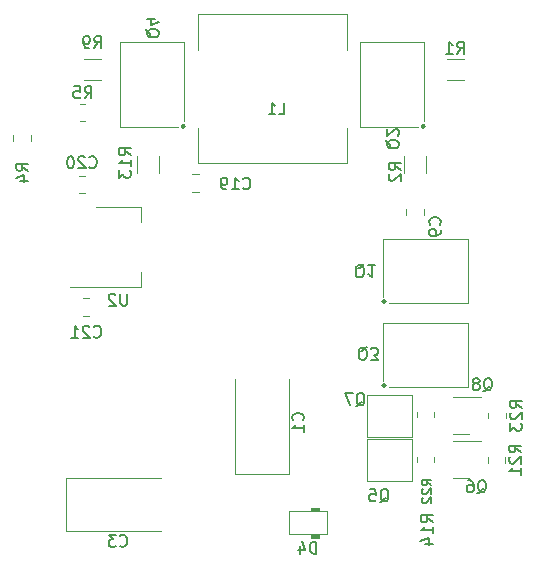
<source format=gbr>
%TF.GenerationSoftware,KiCad,Pcbnew,(6.0.5)*%
%TF.CreationDate,2022-06-14T13:50:17+08:00*%
%TF.ProjectId,V4.0,56342e30-2e6b-4696-9361-645f70636258,rev?*%
%TF.SameCoordinates,Original*%
%TF.FileFunction,Legend,Bot*%
%TF.FilePolarity,Positive*%
%FSLAX46Y46*%
G04 Gerber Fmt 4.6, Leading zero omitted, Abs format (unit mm)*
G04 Created by KiCad (PCBNEW (6.0.5)) date 2022-06-14 13:50:17*
%MOMM*%
%LPD*%
G01*
G04 APERTURE LIST*
%ADD10C,0.150000*%
%ADD11C,0.120000*%
%ADD12C,0.100000*%
%ADD13C,0.300000*%
G04 APERTURE END LIST*
D10*
%TO.C,R13*%
X116530380Y-89527142D02*
X116054190Y-89193809D01*
X116530380Y-88955714D02*
X115530380Y-88955714D01*
X115530380Y-89336666D01*
X115578000Y-89431904D01*
X115625619Y-89479523D01*
X115720857Y-89527142D01*
X115863714Y-89527142D01*
X115958952Y-89479523D01*
X116006571Y-89431904D01*
X116054190Y-89336666D01*
X116054190Y-88955714D01*
X116530380Y-90479523D02*
X116530380Y-89908095D01*
X116530380Y-90193809D02*
X115530380Y-90193809D01*
X115673238Y-90098571D01*
X115768476Y-90003333D01*
X115816095Y-89908095D01*
X115530380Y-90812857D02*
X115530380Y-91431904D01*
X115911333Y-91098571D01*
X115911333Y-91241428D01*
X115958952Y-91336666D01*
X116006571Y-91384285D01*
X116101809Y-91431904D01*
X116339904Y-91431904D01*
X116435142Y-91384285D01*
X116482761Y-91336666D01*
X116530380Y-91241428D01*
X116530380Y-90955714D01*
X116482761Y-90860476D01*
X116435142Y-90812857D01*
%TO.C,Q7*%
X135604238Y-110783619D02*
X135699476Y-110736000D01*
X135794714Y-110640761D01*
X135937571Y-110497904D01*
X136032809Y-110450285D01*
X136128047Y-110450285D01*
X136080428Y-110688380D02*
X136175666Y-110640761D01*
X136270904Y-110545523D01*
X136318523Y-110355047D01*
X136318523Y-110021714D01*
X136270904Y-109831238D01*
X136175666Y-109736000D01*
X136080428Y-109688380D01*
X135889952Y-109688380D01*
X135794714Y-109736000D01*
X135699476Y-109831238D01*
X135651857Y-110021714D01*
X135651857Y-110355047D01*
X135699476Y-110545523D01*
X135794714Y-110640761D01*
X135889952Y-110688380D01*
X136080428Y-110688380D01*
X135318523Y-109688380D02*
X134651857Y-109688380D01*
X135080428Y-110688380D01*
%TO.C,C20*%
X113037857Y-90527142D02*
X113085476Y-90574761D01*
X113228333Y-90622380D01*
X113323571Y-90622380D01*
X113466428Y-90574761D01*
X113561666Y-90479523D01*
X113609285Y-90384285D01*
X113656904Y-90193809D01*
X113656904Y-90050952D01*
X113609285Y-89860476D01*
X113561666Y-89765238D01*
X113466428Y-89670000D01*
X113323571Y-89622380D01*
X113228333Y-89622380D01*
X113085476Y-89670000D01*
X113037857Y-89717619D01*
X112656904Y-89717619D02*
X112609285Y-89670000D01*
X112514047Y-89622380D01*
X112275952Y-89622380D01*
X112180714Y-89670000D01*
X112133095Y-89717619D01*
X112085476Y-89812857D01*
X112085476Y-89908095D01*
X112133095Y-90050952D01*
X112704523Y-90622380D01*
X112085476Y-90622380D01*
X111466428Y-89622380D02*
X111371190Y-89622380D01*
X111275952Y-89670000D01*
X111228333Y-89717619D01*
X111180714Y-89812857D01*
X111133095Y-90003333D01*
X111133095Y-90241428D01*
X111180714Y-90431904D01*
X111228333Y-90527142D01*
X111275952Y-90574761D01*
X111371190Y-90622380D01*
X111466428Y-90622380D01*
X111561666Y-90574761D01*
X111609285Y-90527142D01*
X111656904Y-90431904D01*
X111704523Y-90241428D01*
X111704523Y-90003333D01*
X111656904Y-89812857D01*
X111609285Y-89717619D01*
X111561666Y-89670000D01*
X111466428Y-89622380D01*
%TO.C,D4*%
X132259295Y-123261380D02*
X132259295Y-122261380D01*
X132021200Y-122261380D01*
X131878342Y-122309000D01*
X131783104Y-122404238D01*
X131735485Y-122499476D01*
X131687866Y-122689952D01*
X131687866Y-122832809D01*
X131735485Y-123023285D01*
X131783104Y-123118523D01*
X131878342Y-123213761D01*
X132021200Y-123261380D01*
X132259295Y-123261380D01*
X130830723Y-122594714D02*
X130830723Y-123261380D01*
X131068819Y-122213761D02*
X131306914Y-122928047D01*
X130687866Y-122928047D01*
%TO.C,C3*%
X115609666Y-122583142D02*
X115657285Y-122630761D01*
X115800142Y-122678380D01*
X115895380Y-122678380D01*
X116038238Y-122630761D01*
X116133476Y-122535523D01*
X116181095Y-122440285D01*
X116228714Y-122249809D01*
X116228714Y-122106952D01*
X116181095Y-121916476D01*
X116133476Y-121821238D01*
X116038238Y-121726000D01*
X115895380Y-121678380D01*
X115800142Y-121678380D01*
X115657285Y-121726000D01*
X115609666Y-121773619D01*
X115276333Y-121678380D02*
X114657285Y-121678380D01*
X114990619Y-122059333D01*
X114847761Y-122059333D01*
X114752523Y-122106952D01*
X114704904Y-122154571D01*
X114657285Y-122249809D01*
X114657285Y-122487904D01*
X114704904Y-122583142D01*
X114752523Y-122630761D01*
X114847761Y-122678380D01*
X115133476Y-122678380D01*
X115228714Y-122630761D01*
X115276333Y-122583142D01*
%TO.C,Q8*%
X146399238Y-109513619D02*
X146494476Y-109466000D01*
X146589714Y-109370761D01*
X146732571Y-109227904D01*
X146827809Y-109180285D01*
X146923047Y-109180285D01*
X146875428Y-109418380D02*
X146970666Y-109370761D01*
X147065904Y-109275523D01*
X147113523Y-109085047D01*
X147113523Y-108751714D01*
X147065904Y-108561238D01*
X146970666Y-108466000D01*
X146875428Y-108418380D01*
X146684952Y-108418380D01*
X146589714Y-108466000D01*
X146494476Y-108561238D01*
X146446857Y-108751714D01*
X146446857Y-109085047D01*
X146494476Y-109275523D01*
X146589714Y-109370761D01*
X146684952Y-109418380D01*
X146875428Y-109418380D01*
X145875428Y-108846952D02*
X145970666Y-108799333D01*
X146018285Y-108751714D01*
X146065904Y-108656476D01*
X146065904Y-108608857D01*
X146018285Y-108513619D01*
X145970666Y-108466000D01*
X145875428Y-108418380D01*
X145684952Y-108418380D01*
X145589714Y-108466000D01*
X145542095Y-108513619D01*
X145494476Y-108608857D01*
X145494476Y-108656476D01*
X145542095Y-108751714D01*
X145589714Y-108799333D01*
X145684952Y-108846952D01*
X145875428Y-108846952D01*
X145970666Y-108894571D01*
X146018285Y-108942190D01*
X146065904Y-109037428D01*
X146065904Y-109227904D01*
X146018285Y-109323142D01*
X145970666Y-109370761D01*
X145875428Y-109418380D01*
X145684952Y-109418380D01*
X145589714Y-109370761D01*
X145542095Y-109323142D01*
X145494476Y-109227904D01*
X145494476Y-109037428D01*
X145542095Y-108942190D01*
X145589714Y-108894571D01*
X145684952Y-108846952D01*
%TO.C,Q3*%
X136556761Y-105751380D02*
X136461523Y-105799000D01*
X136366285Y-105894238D01*
X136223428Y-106037095D01*
X136128190Y-106084714D01*
X136032952Y-106084714D01*
X136080571Y-105846619D02*
X135985333Y-105894238D01*
X135890095Y-105989476D01*
X135842476Y-106179952D01*
X135842476Y-106513285D01*
X135890095Y-106703761D01*
X135985333Y-106799000D01*
X136080571Y-106846619D01*
X136271047Y-106846619D01*
X136366285Y-106799000D01*
X136461523Y-106703761D01*
X136509142Y-106513285D01*
X136509142Y-106179952D01*
X136461523Y-105989476D01*
X136366285Y-105894238D01*
X136271047Y-105846619D01*
X136080571Y-105846619D01*
X136842476Y-106846619D02*
X137461523Y-106846619D01*
X137128190Y-106465666D01*
X137271047Y-106465666D01*
X137366285Y-106418047D01*
X137413904Y-106370428D01*
X137461523Y-106275190D01*
X137461523Y-106037095D01*
X137413904Y-105941857D01*
X137366285Y-105894238D01*
X137271047Y-105846619D01*
X136985333Y-105846619D01*
X136890095Y-105894238D01*
X136842476Y-105941857D01*
%TO.C,R2*%
X139390380Y-90765333D02*
X138914190Y-90432000D01*
X139390380Y-90193904D02*
X138390380Y-90193904D01*
X138390380Y-90574857D01*
X138438000Y-90670095D01*
X138485619Y-90717714D01*
X138580857Y-90765333D01*
X138723714Y-90765333D01*
X138818952Y-90717714D01*
X138866571Y-90670095D01*
X138914190Y-90574857D01*
X138914190Y-90193904D01*
X138485619Y-91146285D02*
X138438000Y-91193904D01*
X138390380Y-91289142D01*
X138390380Y-91527238D01*
X138438000Y-91622476D01*
X138485619Y-91670095D01*
X138580857Y-91717714D01*
X138676095Y-91717714D01*
X138818952Y-91670095D01*
X139390380Y-91098666D01*
X139390380Y-91717714D01*
%TO.C,Q6*%
X145891238Y-118149619D02*
X145986476Y-118102000D01*
X146081714Y-118006761D01*
X146224571Y-117863904D01*
X146319809Y-117816285D01*
X146415047Y-117816285D01*
X146367428Y-118054380D02*
X146462666Y-118006761D01*
X146557904Y-117911523D01*
X146605523Y-117721047D01*
X146605523Y-117387714D01*
X146557904Y-117197238D01*
X146462666Y-117102000D01*
X146367428Y-117054380D01*
X146176952Y-117054380D01*
X146081714Y-117102000D01*
X145986476Y-117197238D01*
X145938857Y-117387714D01*
X145938857Y-117721047D01*
X145986476Y-117911523D01*
X146081714Y-118006761D01*
X146176952Y-118054380D01*
X146367428Y-118054380D01*
X145081714Y-117054380D02*
X145272190Y-117054380D01*
X145367428Y-117102000D01*
X145415047Y-117149619D01*
X145510285Y-117292476D01*
X145557904Y-117482952D01*
X145557904Y-117863904D01*
X145510285Y-117959142D01*
X145462666Y-118006761D01*
X145367428Y-118054380D01*
X145176952Y-118054380D01*
X145081714Y-118006761D01*
X145034095Y-117959142D01*
X144986476Y-117863904D01*
X144986476Y-117625809D01*
X145034095Y-117530571D01*
X145081714Y-117482952D01*
X145176952Y-117435333D01*
X145367428Y-117435333D01*
X145462666Y-117482952D01*
X145510285Y-117530571D01*
X145557904Y-117625809D01*
%TO.C,C21*%
X113408657Y-104878142D02*
X113456276Y-104925761D01*
X113599133Y-104973380D01*
X113694371Y-104973380D01*
X113837228Y-104925761D01*
X113932466Y-104830523D01*
X113980085Y-104735285D01*
X114027704Y-104544809D01*
X114027704Y-104401952D01*
X113980085Y-104211476D01*
X113932466Y-104116238D01*
X113837228Y-104021000D01*
X113694371Y-103973380D01*
X113599133Y-103973380D01*
X113456276Y-104021000D01*
X113408657Y-104068619D01*
X113027704Y-104068619D02*
X112980085Y-104021000D01*
X112884847Y-103973380D01*
X112646752Y-103973380D01*
X112551514Y-104021000D01*
X112503895Y-104068619D01*
X112456276Y-104163857D01*
X112456276Y-104259095D01*
X112503895Y-104401952D01*
X113075323Y-104973380D01*
X112456276Y-104973380D01*
X111503895Y-104973380D02*
X112075323Y-104973380D01*
X111789609Y-104973380D02*
X111789609Y-103973380D01*
X111884847Y-104116238D01*
X111980085Y-104211476D01*
X112075323Y-104259095D01*
%TO.C,U2*%
X116230304Y-101259780D02*
X116230304Y-102069304D01*
X116182685Y-102164542D01*
X116135066Y-102212161D01*
X116039828Y-102259780D01*
X115849352Y-102259780D01*
X115754114Y-102212161D01*
X115706495Y-102164542D01*
X115658876Y-102069304D01*
X115658876Y-101259780D01*
X115230304Y-101355019D02*
X115182685Y-101307400D01*
X115087447Y-101259780D01*
X114849352Y-101259780D01*
X114754114Y-101307400D01*
X114706495Y-101355019D01*
X114658876Y-101450257D01*
X114658876Y-101545495D01*
X114706495Y-101688352D01*
X115277923Y-102259780D01*
X114658876Y-102259780D01*
%TO.C,R22*%
X141977642Y-117481914D02*
X141596690Y-117215247D01*
X141977642Y-117024771D02*
X141177642Y-117024771D01*
X141177642Y-117329533D01*
X141215738Y-117405723D01*
X141253833Y-117443819D01*
X141330023Y-117481914D01*
X141444309Y-117481914D01*
X141520499Y-117443819D01*
X141558595Y-117405723D01*
X141596690Y-117329533D01*
X141596690Y-117024771D01*
X141253833Y-117786676D02*
X141215738Y-117824771D01*
X141177642Y-117900961D01*
X141177642Y-118091438D01*
X141215738Y-118167628D01*
X141253833Y-118205723D01*
X141330023Y-118243819D01*
X141406214Y-118243819D01*
X141520499Y-118205723D01*
X141977642Y-117748580D01*
X141977642Y-118243819D01*
X141253833Y-118548580D02*
X141215738Y-118586676D01*
X141177642Y-118662866D01*
X141177642Y-118853342D01*
X141215738Y-118929533D01*
X141253833Y-118967628D01*
X141330023Y-119005723D01*
X141406214Y-119005723D01*
X141520499Y-118967628D01*
X141977642Y-118510485D01*
X141977642Y-119005723D01*
%TO.C,C9*%
X142698742Y-95413533D02*
X142746361Y-95365914D01*
X142793980Y-95223057D01*
X142793980Y-95127819D01*
X142746361Y-94984961D01*
X142651123Y-94889723D01*
X142555885Y-94842104D01*
X142365409Y-94794485D01*
X142222552Y-94794485D01*
X142032076Y-94842104D01*
X141936838Y-94889723D01*
X141841600Y-94984961D01*
X141793980Y-95127819D01*
X141793980Y-95223057D01*
X141841600Y-95365914D01*
X141889219Y-95413533D01*
X142793980Y-95889723D02*
X142793980Y-96080200D01*
X142746361Y-96175438D01*
X142698742Y-96223057D01*
X142555885Y-96318295D01*
X142365409Y-96365914D01*
X141984457Y-96365914D01*
X141889219Y-96318295D01*
X141841600Y-96270676D01*
X141793980Y-96175438D01*
X141793980Y-95984961D01*
X141841600Y-95889723D01*
X141889219Y-95842104D01*
X141984457Y-95794485D01*
X142222552Y-95794485D01*
X142317790Y-95842104D01*
X142365409Y-95889723D01*
X142413028Y-95984961D01*
X142413028Y-96175438D01*
X142365409Y-96270676D01*
X142317790Y-96318295D01*
X142222552Y-96365914D01*
%TO.C,R9*%
X113450666Y-80462380D02*
X113784000Y-79986190D01*
X114022095Y-80462380D02*
X114022095Y-79462380D01*
X113641142Y-79462380D01*
X113545904Y-79510000D01*
X113498285Y-79557619D01*
X113450666Y-79652857D01*
X113450666Y-79795714D01*
X113498285Y-79890952D01*
X113545904Y-79938571D01*
X113641142Y-79986190D01*
X114022095Y-79986190D01*
X112974476Y-80462380D02*
X112784000Y-80462380D01*
X112688761Y-80414761D01*
X112641142Y-80367142D01*
X112545904Y-80224285D01*
X112498285Y-80033809D01*
X112498285Y-79652857D01*
X112545904Y-79557619D01*
X112593523Y-79510000D01*
X112688761Y-79462380D01*
X112879238Y-79462380D01*
X112974476Y-79510000D01*
X113022095Y-79557619D01*
X113069714Y-79652857D01*
X113069714Y-79890952D01*
X113022095Y-79986190D01*
X112974476Y-80033809D01*
X112879238Y-80081428D01*
X112688761Y-80081428D01*
X112593523Y-80033809D01*
X112545904Y-79986190D01*
X112498285Y-79890952D01*
%TO.C,Q1*%
X136302761Y-98766380D02*
X136207523Y-98814000D01*
X136112285Y-98909238D01*
X135969428Y-99052095D01*
X135874190Y-99099714D01*
X135778952Y-99099714D01*
X135826571Y-98861619D02*
X135731333Y-98909238D01*
X135636095Y-99004476D01*
X135588476Y-99194952D01*
X135588476Y-99528285D01*
X135636095Y-99718761D01*
X135731333Y-99814000D01*
X135826571Y-99861619D01*
X136017047Y-99861619D01*
X136112285Y-99814000D01*
X136207523Y-99718761D01*
X136255142Y-99528285D01*
X136255142Y-99194952D01*
X136207523Y-99004476D01*
X136112285Y-98909238D01*
X136017047Y-98861619D01*
X135826571Y-98861619D01*
X137207523Y-98861619D02*
X136636095Y-98861619D01*
X136921809Y-98861619D02*
X136921809Y-99861619D01*
X136826571Y-99718761D01*
X136731333Y-99623523D01*
X136636095Y-99575904D01*
%TO.C,C1*%
X131092142Y-111974333D02*
X131139761Y-111926714D01*
X131187380Y-111783857D01*
X131187380Y-111688619D01*
X131139761Y-111545761D01*
X131044523Y-111450523D01*
X130949285Y-111402904D01*
X130758809Y-111355285D01*
X130615952Y-111355285D01*
X130425476Y-111402904D01*
X130330238Y-111450523D01*
X130235000Y-111545761D01*
X130187380Y-111688619D01*
X130187380Y-111783857D01*
X130235000Y-111926714D01*
X130282619Y-111974333D01*
X131187380Y-112926714D02*
X131187380Y-112355285D01*
X131187380Y-112641000D02*
X130187380Y-112641000D01*
X130330238Y-112545761D01*
X130425476Y-112450523D01*
X130473095Y-112355285D01*
%TO.C,R1*%
X144184666Y-80928380D02*
X144518000Y-80452190D01*
X144756095Y-80928380D02*
X144756095Y-79928380D01*
X144375142Y-79928380D01*
X144279904Y-79976000D01*
X144232285Y-80023619D01*
X144184666Y-80118857D01*
X144184666Y-80261714D01*
X144232285Y-80356952D01*
X144279904Y-80404571D01*
X144375142Y-80452190D01*
X144756095Y-80452190D01*
X143232285Y-80928380D02*
X143803714Y-80928380D01*
X143518000Y-80928380D02*
X143518000Y-79928380D01*
X143613238Y-80071238D01*
X143708476Y-80166476D01*
X143803714Y-80214095D01*
%TO.C,Q2*%
X138136380Y-88233238D02*
X138184000Y-88328476D01*
X138279238Y-88423714D01*
X138422095Y-88566571D01*
X138469714Y-88661809D01*
X138469714Y-88757047D01*
X138231619Y-88709428D02*
X138279238Y-88804666D01*
X138374476Y-88899904D01*
X138564952Y-88947523D01*
X138898285Y-88947523D01*
X139088761Y-88899904D01*
X139184000Y-88804666D01*
X139231619Y-88709428D01*
X139231619Y-88518952D01*
X139184000Y-88423714D01*
X139088761Y-88328476D01*
X138898285Y-88280857D01*
X138564952Y-88280857D01*
X138374476Y-88328476D01*
X138279238Y-88423714D01*
X138231619Y-88518952D01*
X138231619Y-88709428D01*
X139136380Y-87899904D02*
X139184000Y-87852285D01*
X139231619Y-87757047D01*
X139231619Y-87518952D01*
X139184000Y-87423714D01*
X139136380Y-87376095D01*
X139041142Y-87328476D01*
X138945904Y-87328476D01*
X138803047Y-87376095D01*
X138231619Y-87947523D01*
X138231619Y-87328476D01*
%TO.C,L1*%
X129071666Y-86075780D02*
X129547857Y-86075780D01*
X129547857Y-85075780D01*
X128214523Y-86075780D02*
X128785952Y-86075780D01*
X128500238Y-86075780D02*
X128500238Y-85075780D01*
X128595476Y-85218638D01*
X128690714Y-85313876D01*
X128785952Y-85361495D01*
%TO.C,R14*%
X142102380Y-120607142D02*
X141626190Y-120273809D01*
X142102380Y-120035714D02*
X141102380Y-120035714D01*
X141102380Y-120416666D01*
X141150000Y-120511904D01*
X141197619Y-120559523D01*
X141292857Y-120607142D01*
X141435714Y-120607142D01*
X141530952Y-120559523D01*
X141578571Y-120511904D01*
X141626190Y-120416666D01*
X141626190Y-120035714D01*
X142102380Y-121559523D02*
X142102380Y-120988095D01*
X142102380Y-121273809D02*
X141102380Y-121273809D01*
X141245238Y-121178571D01*
X141340476Y-121083333D01*
X141388095Y-120988095D01*
X141435714Y-122416666D02*
X142102380Y-122416666D01*
X141054761Y-122178571D02*
X141769047Y-121940476D01*
X141769047Y-122559523D01*
%TO.C,Q5*%
X137636238Y-118911619D02*
X137731476Y-118864000D01*
X137826714Y-118768761D01*
X137969571Y-118625904D01*
X138064809Y-118578285D01*
X138160047Y-118578285D01*
X138112428Y-118816380D02*
X138207666Y-118768761D01*
X138302904Y-118673523D01*
X138350523Y-118483047D01*
X138350523Y-118149714D01*
X138302904Y-117959238D01*
X138207666Y-117864000D01*
X138112428Y-117816380D01*
X137921952Y-117816380D01*
X137826714Y-117864000D01*
X137731476Y-117959238D01*
X137683857Y-118149714D01*
X137683857Y-118483047D01*
X137731476Y-118673523D01*
X137826714Y-118768761D01*
X137921952Y-118816380D01*
X138112428Y-118816380D01*
X136779095Y-117816380D02*
X137255285Y-117816380D01*
X137302904Y-118292571D01*
X137255285Y-118244952D01*
X137160047Y-118197333D01*
X136921952Y-118197333D01*
X136826714Y-118244952D01*
X136779095Y-118292571D01*
X136731476Y-118387809D01*
X136731476Y-118625904D01*
X136779095Y-118721142D01*
X136826714Y-118768761D01*
X136921952Y-118816380D01*
X137160047Y-118816380D01*
X137255285Y-118768761D01*
X137302904Y-118721142D01*
%TO.C,C19*%
X126042657Y-92330542D02*
X126090276Y-92378161D01*
X126233133Y-92425780D01*
X126328371Y-92425780D01*
X126471228Y-92378161D01*
X126566466Y-92282923D01*
X126614085Y-92187685D01*
X126661704Y-91997209D01*
X126661704Y-91854352D01*
X126614085Y-91663876D01*
X126566466Y-91568638D01*
X126471228Y-91473400D01*
X126328371Y-91425780D01*
X126233133Y-91425780D01*
X126090276Y-91473400D01*
X126042657Y-91521019D01*
X125090276Y-92425780D02*
X125661704Y-92425780D01*
X125375990Y-92425780D02*
X125375990Y-91425780D01*
X125471228Y-91568638D01*
X125566466Y-91663876D01*
X125661704Y-91711495D01*
X124614085Y-92425780D02*
X124423609Y-92425780D01*
X124328371Y-92378161D01*
X124280752Y-92330542D01*
X124185514Y-92187685D01*
X124137895Y-91997209D01*
X124137895Y-91616257D01*
X124185514Y-91521019D01*
X124233133Y-91473400D01*
X124328371Y-91425780D01*
X124518847Y-91425780D01*
X124614085Y-91473400D01*
X124661704Y-91521019D01*
X124709323Y-91616257D01*
X124709323Y-91854352D01*
X124661704Y-91949590D01*
X124614085Y-91997209D01*
X124518847Y-92044828D01*
X124328371Y-92044828D01*
X124233133Y-91997209D01*
X124185514Y-91949590D01*
X124137895Y-91854352D01*
%TO.C,R21*%
X149584942Y-114682542D02*
X149108752Y-114349209D01*
X149584942Y-114111114D02*
X148584942Y-114111114D01*
X148584942Y-114492066D01*
X148632562Y-114587304D01*
X148680181Y-114634923D01*
X148775419Y-114682542D01*
X148918276Y-114682542D01*
X149013514Y-114634923D01*
X149061133Y-114587304D01*
X149108752Y-114492066D01*
X149108752Y-114111114D01*
X148680181Y-115063495D02*
X148632562Y-115111114D01*
X148584942Y-115206352D01*
X148584942Y-115444447D01*
X148632562Y-115539685D01*
X148680181Y-115587304D01*
X148775419Y-115634923D01*
X148870657Y-115634923D01*
X149013514Y-115587304D01*
X149584942Y-115015876D01*
X149584942Y-115634923D01*
X149584942Y-116587304D02*
X149584942Y-116015876D01*
X149584942Y-116301590D02*
X148584942Y-116301590D01*
X148727800Y-116206352D01*
X148823038Y-116111114D01*
X148870657Y-116015876D01*
%TO.C,R4*%
X107843580Y-90841533D02*
X107367390Y-90508200D01*
X107843580Y-90270104D02*
X106843580Y-90270104D01*
X106843580Y-90651057D01*
X106891200Y-90746295D01*
X106938819Y-90793914D01*
X107034057Y-90841533D01*
X107176914Y-90841533D01*
X107272152Y-90793914D01*
X107319771Y-90746295D01*
X107367390Y-90651057D01*
X107367390Y-90270104D01*
X107176914Y-91698676D02*
X107843580Y-91698676D01*
X106795961Y-91460580D02*
X107510247Y-91222485D01*
X107510247Y-91841533D01*
%TO.C,Q4*%
X117816380Y-78835238D02*
X117864000Y-78930476D01*
X117959238Y-79025714D01*
X118102095Y-79168571D01*
X118149714Y-79263809D01*
X118149714Y-79359047D01*
X117911619Y-79311428D02*
X117959238Y-79406666D01*
X118054476Y-79501904D01*
X118244952Y-79549523D01*
X118578285Y-79549523D01*
X118768761Y-79501904D01*
X118864000Y-79406666D01*
X118911619Y-79311428D01*
X118911619Y-79120952D01*
X118864000Y-79025714D01*
X118768761Y-78930476D01*
X118578285Y-78882857D01*
X118244952Y-78882857D01*
X118054476Y-78930476D01*
X117959238Y-79025714D01*
X117911619Y-79120952D01*
X117911619Y-79311428D01*
X118578285Y-78025714D02*
X117911619Y-78025714D01*
X118959238Y-78263809D02*
X118244952Y-78501904D01*
X118244952Y-77882857D01*
%TO.C,R23*%
X149640242Y-110939342D02*
X149164052Y-110606009D01*
X149640242Y-110367914D02*
X148640242Y-110367914D01*
X148640242Y-110748866D01*
X148687862Y-110844104D01*
X148735481Y-110891723D01*
X148830719Y-110939342D01*
X148973576Y-110939342D01*
X149068814Y-110891723D01*
X149116433Y-110844104D01*
X149164052Y-110748866D01*
X149164052Y-110367914D01*
X148735481Y-111320295D02*
X148687862Y-111367914D01*
X148640242Y-111463152D01*
X148640242Y-111701247D01*
X148687862Y-111796485D01*
X148735481Y-111844104D01*
X148830719Y-111891723D01*
X148925957Y-111891723D01*
X149068814Y-111844104D01*
X149640242Y-111272676D01*
X149640242Y-111891723D01*
X148640242Y-112225057D02*
X148640242Y-112844104D01*
X149021195Y-112510771D01*
X149021195Y-112653628D01*
X149068814Y-112748866D01*
X149116433Y-112796485D01*
X149211671Y-112844104D01*
X149449766Y-112844104D01*
X149545004Y-112796485D01*
X149592623Y-112748866D01*
X149640242Y-112653628D01*
X149640242Y-112367914D01*
X149592623Y-112272676D01*
X149545004Y-112225057D01*
%TO.C,R5*%
X112637866Y-84705180D02*
X112971200Y-84228990D01*
X113209295Y-84705180D02*
X113209295Y-83705180D01*
X112828342Y-83705180D01*
X112733104Y-83752800D01*
X112685485Y-83800419D01*
X112637866Y-83895657D01*
X112637866Y-84038514D01*
X112685485Y-84133752D01*
X112733104Y-84181371D01*
X112828342Y-84228990D01*
X113209295Y-84228990D01*
X111733104Y-83705180D02*
X112209295Y-83705180D01*
X112256914Y-84181371D01*
X112209295Y-84133752D01*
X112114057Y-84086133D01*
X111875961Y-84086133D01*
X111780723Y-84133752D01*
X111733104Y-84181371D01*
X111685485Y-84276609D01*
X111685485Y-84514704D01*
X111733104Y-84609942D01*
X111780723Y-84657561D01*
X111875961Y-84705180D01*
X112114057Y-84705180D01*
X112209295Y-84657561D01*
X112256914Y-84609942D01*
D11*
%TO.C,R13*%
X118893000Y-89569936D02*
X118893000Y-91024064D01*
X117073000Y-89569936D02*
X117073000Y-91024064D01*
%TO.C,Q7*%
X140271500Y-109804200D02*
X136525000Y-109804200D01*
X140335000Y-109804200D02*
X140271500Y-109804200D01*
X136525000Y-109804200D02*
X136525000Y-113360200D01*
X140335000Y-113360200D02*
X140335000Y-109804200D01*
X136525000Y-113360200D02*
X140335000Y-113360200D01*
%TO.C,C20*%
X112696852Y-92759200D02*
X112174348Y-92759200D01*
X112696852Y-91289200D02*
X112174348Y-91289200D01*
%TO.C,D4*%
X129959100Y-119761000D02*
X129959100Y-119697500D01*
X133134100Y-119697500D02*
X133134100Y-121602500D01*
X129959100Y-121602500D02*
X129959100Y-119761000D01*
X129959100Y-119697500D02*
X133134100Y-119697500D01*
X133134100Y-121602500D02*
X129959100Y-121602500D01*
G36*
X132499100Y-119697500D02*
G01*
X131800600Y-119697500D01*
X131800600Y-119380000D01*
X132499100Y-119380000D01*
X132499100Y-119697500D01*
G37*
D12*
X132499100Y-119697500D02*
X131800600Y-119697500D01*
X131800600Y-119380000D01*
X132499100Y-119380000D01*
X132499100Y-119697500D01*
G36*
X132499100Y-121920000D02*
G01*
X131800600Y-121920000D01*
X131800600Y-121602500D01*
X132499100Y-121602500D01*
X132499100Y-121920000D01*
G37*
X132499100Y-121920000D02*
X131800600Y-121920000D01*
X131800600Y-121602500D01*
X132499100Y-121602500D01*
X132499100Y-121920000D01*
D11*
%TO.C,C3*%
X111033000Y-116866000D02*
X119093000Y-116866000D01*
X119093000Y-121386000D02*
X111033000Y-121386000D01*
X111033000Y-121386000D02*
X111033000Y-116866000D01*
%TO.C,Q8*%
X144500362Y-110038200D02*
X146175362Y-110038200D01*
X144500362Y-113158200D02*
X145150362Y-113158200D01*
X144500362Y-113158200D02*
X143850362Y-113158200D01*
X144500362Y-110038200D02*
X143850362Y-110038200D01*
%TO.C,Q3*%
X145078000Y-109026000D02*
X145078000Y-109126000D01*
X137878000Y-103726000D02*
X145078000Y-103726000D01*
X145078000Y-109126000D02*
X138378000Y-109126000D01*
X137878000Y-108626000D02*
X137878000Y-103726000D01*
X145078000Y-109026000D02*
X145078000Y-107926000D01*
X145078000Y-103726000D02*
X145078000Y-107926000D01*
D13*
X138041500Y-109026000D02*
G75*
G03*
X138041500Y-109026000I-63500J0D01*
G01*
D11*
%TO.C,R2*%
X141499000Y-91024064D02*
X141499000Y-89569936D01*
X139679000Y-91024064D02*
X139679000Y-89569936D01*
%TO.C,Q6*%
X144489862Y-116876000D02*
X145139862Y-116876000D01*
X144489862Y-113756000D02*
X146164862Y-113756000D01*
X144489862Y-113756000D02*
X143839862Y-113756000D01*
X144489862Y-116876000D02*
X143839862Y-116876000D01*
%TO.C,C21*%
X113027052Y-101652400D02*
X112504548Y-101652400D01*
X113027052Y-103122400D02*
X112504548Y-103122400D01*
%TO.C,U2*%
X117378400Y-93897400D02*
X117378400Y-95157400D01*
X117378400Y-100717400D02*
X117378400Y-99457400D01*
X111368400Y-100717400D02*
X117378400Y-100717400D01*
X113618400Y-93897400D02*
X117378400Y-93897400D01*
%TO.C,R22*%
X142213000Y-111733064D02*
X142213000Y-111278936D01*
X140743000Y-111733064D02*
X140743000Y-111278936D01*
%TO.C,C9*%
X141324000Y-94622252D02*
X141324000Y-94099748D01*
X139854000Y-94622252D02*
X139854000Y-94099748D01*
%TO.C,R9*%
X112556936Y-81386000D02*
X114011064Y-81386000D01*
X112556936Y-83206000D02*
X114011064Y-83206000D01*
%TO.C,Q1*%
X145078000Y-96614000D02*
X145078000Y-100814000D01*
X145078000Y-102014000D02*
X138378000Y-102014000D01*
X145078000Y-101914000D02*
X145078000Y-100814000D01*
X137878000Y-101514000D02*
X137878000Y-96614000D01*
X137878000Y-96614000D02*
X145078000Y-96614000D01*
X145078000Y-101914000D02*
X145078000Y-102014000D01*
D13*
X138041500Y-101914000D02*
G75*
G03*
X138041500Y-101914000I-63500J0D01*
G01*
D11*
%TO.C,C1*%
X129895000Y-108491000D02*
X129895000Y-116551000D01*
X129895000Y-116551000D02*
X125375000Y-116551000D01*
X125375000Y-116551000D02*
X125375000Y-108491000D01*
%TO.C,R1*%
X144745064Y-83206000D02*
X143290936Y-83206000D01*
X144745064Y-81386000D02*
X143290936Y-81386000D01*
%TO.C,Q2*%
X135984000Y-87166000D02*
X135984000Y-79966000D01*
X135984000Y-79966000D02*
X140184000Y-79966000D01*
X140884000Y-87166000D02*
X135984000Y-87166000D01*
X141384000Y-79966000D02*
X141384000Y-86666000D01*
X141284000Y-79966000D02*
X141384000Y-79966000D01*
X141284000Y-79966000D02*
X140184000Y-79966000D01*
D13*
X141347500Y-87066000D02*
G75*
G03*
X141347500Y-87066000I-63500J0D01*
G01*
D11*
%TO.C,L1*%
X134824000Y-90196200D02*
X134824000Y-87196200D01*
X134824000Y-77596200D02*
X122224000Y-77596200D01*
X122224000Y-87196200D02*
X122224000Y-90196200D01*
X122224000Y-90196200D02*
X134824000Y-90196200D01*
X134824000Y-80596200D02*
X134824000Y-77596200D01*
X122224000Y-77596200D02*
X122224000Y-80596200D01*
%TO.C,R14*%
X140743000Y-115543064D02*
X140743000Y-115088936D01*
X142213000Y-115543064D02*
X142213000Y-115088936D01*
%TO.C,Q5*%
X136525000Y-117144800D02*
X140335000Y-117144800D01*
X136525000Y-113588800D02*
X136525000Y-117144800D01*
X140335000Y-113588800D02*
X140271500Y-113588800D01*
X140335000Y-117144800D02*
X140335000Y-113588800D01*
X140271500Y-113588800D02*
X136525000Y-113588800D01*
%TO.C,C19*%
X122282852Y-91162200D02*
X121760348Y-91162200D01*
X122282852Y-92632200D02*
X121760348Y-92632200D01*
%TO.C,R21*%
X148217562Y-115552464D02*
X148217562Y-115098336D01*
X146747562Y-115552464D02*
X146747562Y-115098336D01*
%TO.C,R4*%
X108075400Y-88288864D02*
X108075400Y-87834736D01*
X106605400Y-88288864D02*
X106605400Y-87834736D01*
%TO.C,Q4*%
X120964000Y-79966000D02*
X119864000Y-79966000D01*
X121064000Y-79966000D02*
X121064000Y-86666000D01*
X115664000Y-79966000D02*
X119864000Y-79966000D01*
X115664000Y-87166000D02*
X115664000Y-79966000D01*
X120564000Y-87166000D02*
X115664000Y-87166000D01*
X120964000Y-79966000D02*
X121064000Y-79966000D01*
D13*
X121027500Y-87066000D02*
G75*
G03*
X121027500Y-87066000I-63500J0D01*
G01*
D11*
%TO.C,R23*%
X148272862Y-111809264D02*
X148272862Y-111355136D01*
X146802862Y-111809264D02*
X146802862Y-111355136D01*
%TO.C,R5*%
X112698264Y-85167800D02*
X112244136Y-85167800D01*
X112698264Y-86637800D02*
X112244136Y-86637800D01*
%TD*%
M02*

</source>
